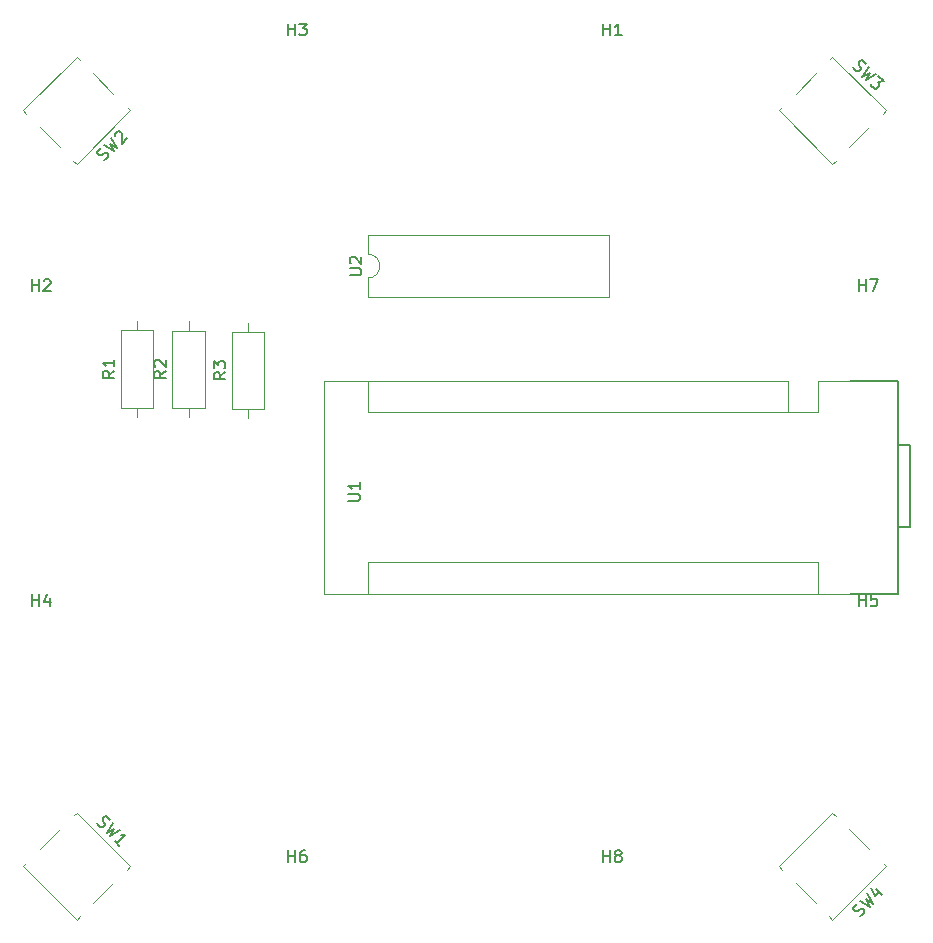
<source format=gbr>
%TF.GenerationSoftware,KiCad,Pcbnew,(5.1.6)-1*%
%TF.CreationDate,2020-07-19T23:04:14+02:00*%
%TF.ProjectId,bedlight-nucleo,6265646c-6967-4687-942d-6e75636c656f,rev?*%
%TF.SameCoordinates,Original*%
%TF.FileFunction,Legend,Top*%
%TF.FilePolarity,Positive*%
%FSLAX46Y46*%
G04 Gerber Fmt 4.6, Leading zero omitted, Abs format (unit mm)*
G04 Created by KiCad (PCBNEW (5.1.6)-1) date 2020-07-19 23:04:14*
%MOMM*%
%LPD*%
G01*
G04 APERTURE LIST*
%ADD10C,0.150000*%
%ADD11C,0.120000*%
G04 APERTURE END LIST*
D10*
%TO.C,U1*%
X202548000Y-115648000D02*
X202548000Y-108648000D01*
X201548000Y-115648000D02*
X202548000Y-115648000D01*
X201548000Y-108648000D02*
X202548000Y-108648000D01*
D11*
X152988000Y-121288000D02*
X197488000Y-121288000D01*
X152988000Y-103248000D02*
X152988000Y-121288000D01*
X156718000Y-105918000D02*
X156718000Y-103248000D01*
X192278000Y-105918000D02*
X156718000Y-105918000D01*
X192278000Y-105918000D02*
X192278000Y-103248000D01*
X156718000Y-118618000D02*
X156718000Y-121288000D01*
X194818000Y-118618000D02*
X156718000Y-118618000D01*
X194818000Y-118618000D02*
X194818000Y-121288000D01*
X197488000Y-103248000D02*
X194818000Y-103248000D01*
X192278000Y-103248000D02*
X152988000Y-103248000D01*
X194818000Y-105918000D02*
X194818000Y-103248000D01*
X192278000Y-105918000D02*
X194818000Y-105918000D01*
D10*
X197488000Y-103248000D02*
X201548000Y-103248000D01*
X197488000Y-121288000D02*
X201548000Y-121288000D01*
X201548000Y-121288000D02*
X201548000Y-103248000D01*
D11*
%TO.C,U2*%
X156670000Y-94523334D02*
X156670000Y-96173334D01*
X156670000Y-96173334D02*
X177110000Y-96173334D01*
X177110000Y-96173334D02*
X177110000Y-90873334D01*
X177110000Y-90873334D02*
X156670000Y-90873334D01*
X156670000Y-90873334D02*
X156670000Y-92523334D01*
X156670000Y-92523334D02*
G75*
G02*
X156670000Y-94523334I0J-1000000D01*
G01*
%TO.C,SW4*%
X195710086Y-148583046D02*
X196000000Y-148872960D01*
X196000000Y-148872960D02*
X200539626Y-144333334D01*
X200539626Y-144333334D02*
X200341636Y-144135344D01*
X199118341Y-142912049D02*
X197421285Y-141214993D01*
X196289914Y-140083622D02*
X196000000Y-139793708D01*
X196000000Y-139793708D02*
X191460374Y-144333334D01*
X191460374Y-144333334D02*
X191750288Y-144623248D01*
X192881659Y-145754619D02*
X194578715Y-147451675D01*
%TO.C,SW3*%
X200249712Y-80623248D02*
X200539626Y-80333334D01*
X200539626Y-80333334D02*
X196000000Y-75793708D01*
X196000000Y-75793708D02*
X195802010Y-75991698D01*
X194578715Y-77214993D02*
X192881659Y-78912049D01*
X191750288Y-80043420D02*
X191460374Y-80333334D01*
X191460374Y-80333334D02*
X196000000Y-84872960D01*
X196000000Y-84872960D02*
X196289914Y-84583046D01*
X197421285Y-83451675D02*
X199118341Y-81754619D01*
%TO.C,SW2*%
X131710086Y-84583046D02*
X132000000Y-84872960D01*
X132000000Y-84872960D02*
X136539626Y-80333334D01*
X136539626Y-80333334D02*
X136341636Y-80135344D01*
X135118341Y-78912049D02*
X133421285Y-77214993D01*
X132289914Y-76083622D02*
X132000000Y-75793708D01*
X132000000Y-75793708D02*
X127460374Y-80333334D01*
X127460374Y-80333334D02*
X127750288Y-80623248D01*
X128881659Y-81754619D02*
X130578715Y-83451675D01*
%TO.C,SW1*%
X136249712Y-144623248D02*
X136539626Y-144333334D01*
X136539626Y-144333334D02*
X132000000Y-139793708D01*
X132000000Y-139793708D02*
X131802010Y-139991698D01*
X130578715Y-141214993D02*
X128881659Y-142912049D01*
X127750288Y-144043420D02*
X127460374Y-144333334D01*
X127460374Y-144333334D02*
X132000000Y-148872960D01*
X132000000Y-148872960D02*
X132289914Y-148583046D01*
X133421285Y-147451675D02*
X135118341Y-145754619D01*
%TO.C,R3*%
X145156000Y-105622334D02*
X147896000Y-105622334D01*
X147896000Y-105622334D02*
X147896000Y-99082334D01*
X147896000Y-99082334D02*
X145156000Y-99082334D01*
X145156000Y-99082334D02*
X145156000Y-105622334D01*
X146526000Y-106392334D02*
X146526000Y-105622334D01*
X146526000Y-98312334D02*
X146526000Y-99082334D01*
%TO.C,R2*%
X140124000Y-105523334D02*
X142864000Y-105523334D01*
X142864000Y-105523334D02*
X142864000Y-98983334D01*
X142864000Y-98983334D02*
X140124000Y-98983334D01*
X140124000Y-98983334D02*
X140124000Y-105523334D01*
X141494000Y-106293334D02*
X141494000Y-105523334D01*
X141494000Y-98213334D02*
X141494000Y-98983334D01*
%TO.C,R1*%
X135758000Y-105495334D02*
X138498000Y-105495334D01*
X138498000Y-105495334D02*
X138498000Y-98955334D01*
X138498000Y-98955334D02*
X135758000Y-98955334D01*
X135758000Y-98955334D02*
X135758000Y-105495334D01*
X137128000Y-106265334D02*
X137128000Y-105495334D01*
X137128000Y-98185334D02*
X137128000Y-98955334D01*
%TO.C,H8*%
D10*
X176571428Y-143985714D02*
X176571428Y-142985714D01*
X176571428Y-143461905D02*
X177142856Y-143461905D01*
X177142856Y-143985714D02*
X177142856Y-142985714D01*
X177761904Y-143414286D02*
X177666666Y-143366667D01*
X177619047Y-143319048D01*
X177571428Y-143223810D01*
X177571428Y-143176191D01*
X177619047Y-143080953D01*
X177666666Y-143033334D01*
X177761904Y-142985714D01*
X177952380Y-142985714D01*
X178047618Y-143033334D01*
X178095237Y-143080953D01*
X178142856Y-143176191D01*
X178142856Y-143223810D01*
X178095237Y-143319048D01*
X178047618Y-143366667D01*
X177952380Y-143414286D01*
X177761904Y-143414286D01*
X177666666Y-143461905D01*
X177619047Y-143509524D01*
X177571428Y-143604762D01*
X177571428Y-143795238D01*
X177619047Y-143890476D01*
X177666666Y-143938095D01*
X177761904Y-143985714D01*
X177952380Y-143985714D01*
X178047618Y-143938095D01*
X178095237Y-143890476D01*
X178142856Y-143795238D01*
X178142856Y-143604762D01*
X178095237Y-143509524D01*
X178047618Y-143461905D01*
X177952380Y-143414286D01*
%TO.C,H7*%
X198238095Y-95652380D02*
X198238095Y-94652380D01*
X198238095Y-95128571D02*
X198809523Y-95128571D01*
X198809523Y-95652380D02*
X198809523Y-94652380D01*
X199190476Y-94652380D02*
X199857142Y-94652380D01*
X199428571Y-95652380D01*
%TO.C,H6*%
X149904761Y-143985714D02*
X149904761Y-142985714D01*
X149904761Y-143461905D02*
X150476189Y-143461905D01*
X150476189Y-143985714D02*
X150476189Y-142985714D01*
X151380951Y-142985714D02*
X151190475Y-142985714D01*
X151095237Y-143033334D01*
X151047618Y-143080953D01*
X150952380Y-143223810D01*
X150904761Y-143414286D01*
X150904761Y-143795238D01*
X150952380Y-143890476D01*
X150999999Y-143938095D01*
X151095237Y-143985714D01*
X151285713Y-143985714D01*
X151380951Y-143938095D01*
X151428570Y-143890476D01*
X151476189Y-143795238D01*
X151476189Y-143557143D01*
X151428570Y-143461905D01*
X151380951Y-143414286D01*
X151285713Y-143366667D01*
X151095237Y-143366667D01*
X150999999Y-143414286D01*
X150952380Y-143461905D01*
X150904761Y-143557143D01*
%TO.C,H5*%
X198238095Y-122319047D02*
X198238095Y-121319047D01*
X198238095Y-121795238D02*
X198809523Y-121795238D01*
X198809523Y-122319047D02*
X198809523Y-121319047D01*
X199761904Y-121319047D02*
X199285714Y-121319047D01*
X199238095Y-121795238D01*
X199285714Y-121747619D01*
X199380952Y-121700000D01*
X199619047Y-121700000D01*
X199714285Y-121747619D01*
X199761904Y-121795238D01*
X199809523Y-121890476D01*
X199809523Y-122128571D01*
X199761904Y-122223809D01*
X199714285Y-122271428D01*
X199619047Y-122319047D01*
X199380952Y-122319047D01*
X199285714Y-122271428D01*
X199238095Y-122223809D01*
%TO.C,H4*%
X128238095Y-122319047D02*
X128238095Y-121319047D01*
X128238095Y-121795238D02*
X128809523Y-121795238D01*
X128809523Y-122319047D02*
X128809523Y-121319047D01*
X129714285Y-121652381D02*
X129714285Y-122319047D01*
X129476190Y-121271428D02*
X129238095Y-121985714D01*
X129857142Y-121985714D01*
%TO.C,H3*%
X149904761Y-73985714D02*
X149904761Y-72985714D01*
X149904761Y-73461905D02*
X150476189Y-73461905D01*
X150476189Y-73985714D02*
X150476189Y-72985714D01*
X150857142Y-72985714D02*
X151476189Y-72985714D01*
X151142856Y-73366667D01*
X151285713Y-73366667D01*
X151380951Y-73414286D01*
X151428570Y-73461905D01*
X151476189Y-73557143D01*
X151476189Y-73795238D01*
X151428570Y-73890476D01*
X151380951Y-73938095D01*
X151285713Y-73985714D01*
X150999999Y-73985714D01*
X150904761Y-73938095D01*
X150857142Y-73890476D01*
%TO.C,H2*%
X128238095Y-95652380D02*
X128238095Y-94652380D01*
X128238095Y-95128571D02*
X128809523Y-95128571D01*
X128809523Y-95652380D02*
X128809523Y-94652380D01*
X129238095Y-94747619D02*
X129285714Y-94700000D01*
X129380952Y-94652380D01*
X129619047Y-94652380D01*
X129714285Y-94700000D01*
X129761904Y-94747619D01*
X129809523Y-94842857D01*
X129809523Y-94938095D01*
X129761904Y-95080952D01*
X129190476Y-95652380D01*
X129809523Y-95652380D01*
%TO.C,H1*%
X176571428Y-73985714D02*
X176571428Y-72985714D01*
X176571428Y-73461905D02*
X177142856Y-73461905D01*
X177142856Y-73985714D02*
X177142856Y-72985714D01*
X178142856Y-73985714D02*
X177571428Y-73985714D01*
X177857142Y-73985714D02*
X177857142Y-72985714D01*
X177761904Y-73128572D01*
X177666666Y-73223810D01*
X177571428Y-73271429D01*
%TO.C,U1*%
X155000380Y-113409904D02*
X155809904Y-113409904D01*
X155905142Y-113362285D01*
X155952761Y-113314666D01*
X156000380Y-113219428D01*
X156000380Y-113028952D01*
X155952761Y-112933714D01*
X155905142Y-112886095D01*
X155809904Y-112838476D01*
X155000380Y-112838476D01*
X156000380Y-111838476D02*
X156000380Y-112409904D01*
X156000380Y-112124190D02*
X155000380Y-112124190D01*
X155143238Y-112219428D01*
X155238476Y-112314666D01*
X155286095Y-112409904D01*
%TO.C,U2*%
X155122380Y-94285238D02*
X155931904Y-94285238D01*
X156027142Y-94237619D01*
X156074761Y-94190000D01*
X156122380Y-94094762D01*
X156122380Y-93904286D01*
X156074761Y-93809048D01*
X156027142Y-93761429D01*
X155931904Y-93713810D01*
X155122380Y-93713810D01*
X155217619Y-93285238D02*
X155170000Y-93237619D01*
X155122380Y-93142381D01*
X155122380Y-92904286D01*
X155170000Y-92809048D01*
X155217619Y-92761429D01*
X155312857Y-92713810D01*
X155408095Y-92713810D01*
X155550952Y-92761429D01*
X156122380Y-93332857D01*
X156122380Y-92713810D01*
%TO.C,SW4*%
X198341533Y-148560485D02*
X198476220Y-148493142D01*
X198644579Y-148324783D01*
X198678251Y-148223768D01*
X198678251Y-148156424D01*
X198644579Y-148055409D01*
X198577236Y-147988066D01*
X198476220Y-147954394D01*
X198408877Y-147954394D01*
X198307862Y-147988066D01*
X198139503Y-148089081D01*
X198038488Y-148122753D01*
X197971144Y-148122753D01*
X197870129Y-148089081D01*
X197802785Y-148021737D01*
X197769114Y-147920722D01*
X197769114Y-147853379D01*
X197802785Y-147752363D01*
X197971144Y-147584005D01*
X198105831Y-147516661D01*
X198307862Y-147247287D02*
X199183327Y-147786035D01*
X198812938Y-147146272D01*
X199452701Y-147516661D01*
X198913953Y-146641196D01*
X199722075Y-146304478D02*
X200193480Y-146775883D01*
X199284342Y-146203463D02*
X199621060Y-146876898D01*
X200058793Y-146439165D01*
%TO.C,SW3*%
X197769114Y-76678601D02*
X197836457Y-76813288D01*
X198004816Y-76981647D01*
X198105831Y-77015319D01*
X198173175Y-77015319D01*
X198274190Y-76981647D01*
X198341533Y-76914304D01*
X198375205Y-76813288D01*
X198375205Y-76745945D01*
X198341533Y-76644930D01*
X198240518Y-76476571D01*
X198206846Y-76375556D01*
X198206846Y-76308212D01*
X198240518Y-76207197D01*
X198307862Y-76139853D01*
X198408877Y-76106182D01*
X198476220Y-76106182D01*
X198577236Y-76139853D01*
X198745594Y-76308212D01*
X198812938Y-76442899D01*
X199082312Y-76644930D02*
X198543564Y-77520395D01*
X199183327Y-77150006D01*
X198812938Y-77789769D01*
X199688403Y-77251021D01*
X199890434Y-77453052D02*
X200328167Y-77890784D01*
X199823090Y-77924456D01*
X199924106Y-78025471D01*
X199957777Y-78126487D01*
X199957777Y-78193830D01*
X199924106Y-78294845D01*
X199755747Y-78463204D01*
X199654732Y-78496876D01*
X199587388Y-78496876D01*
X199486373Y-78463204D01*
X199284342Y-78261174D01*
X199250671Y-78160158D01*
X199250671Y-78092815D01*
%TO.C,SW2*%
X134341533Y-84560485D02*
X134476220Y-84493142D01*
X134644579Y-84324783D01*
X134678251Y-84223768D01*
X134678251Y-84156424D01*
X134644579Y-84055409D01*
X134577236Y-83988066D01*
X134476220Y-83954394D01*
X134408877Y-83954394D01*
X134307862Y-83988066D01*
X134139503Y-84089081D01*
X134038488Y-84122753D01*
X133971144Y-84122753D01*
X133870129Y-84089081D01*
X133802785Y-84021737D01*
X133769114Y-83920722D01*
X133769114Y-83853379D01*
X133802785Y-83752363D01*
X133971144Y-83584005D01*
X134105831Y-83516661D01*
X134307862Y-83247287D02*
X135183327Y-83786035D01*
X134812938Y-83146272D01*
X135452701Y-83516661D01*
X134913953Y-82641196D01*
X135216999Y-82472837D02*
X135216999Y-82405493D01*
X135250671Y-82304478D01*
X135419029Y-82136119D01*
X135520045Y-82102448D01*
X135587388Y-82102448D01*
X135688403Y-82136119D01*
X135755747Y-82203463D01*
X135823090Y-82338150D01*
X135823090Y-83146272D01*
X136260823Y-82708539D01*
%TO.C,SW1*%
X133769114Y-140678601D02*
X133836457Y-140813288D01*
X134004816Y-140981647D01*
X134105831Y-141015319D01*
X134173175Y-141015319D01*
X134274190Y-140981647D01*
X134341533Y-140914304D01*
X134375205Y-140813288D01*
X134375205Y-140745945D01*
X134341533Y-140644930D01*
X134240518Y-140476571D01*
X134206846Y-140375556D01*
X134206846Y-140308212D01*
X134240518Y-140207197D01*
X134307862Y-140139853D01*
X134408877Y-140106182D01*
X134476220Y-140106182D01*
X134577236Y-140139853D01*
X134745594Y-140308212D01*
X134812938Y-140442899D01*
X135082312Y-140644930D02*
X134543564Y-141520395D01*
X135183327Y-141150006D01*
X134812938Y-141789769D01*
X135688403Y-141251021D01*
X135621060Y-142597891D02*
X135216999Y-142193830D01*
X135419029Y-142395861D02*
X136126136Y-141688754D01*
X135957777Y-141722426D01*
X135823090Y-141722426D01*
X135722075Y-141688754D01*
%TO.C,R3*%
X144608380Y-102519000D02*
X144132190Y-102852334D01*
X144608380Y-103090429D02*
X143608380Y-103090429D01*
X143608380Y-102709476D01*
X143656000Y-102614238D01*
X143703619Y-102566619D01*
X143798857Y-102519000D01*
X143941714Y-102519000D01*
X144036952Y-102566619D01*
X144084571Y-102614238D01*
X144132190Y-102709476D01*
X144132190Y-103090429D01*
X143608380Y-102185667D02*
X143608380Y-101566619D01*
X143989333Y-101899953D01*
X143989333Y-101757095D01*
X144036952Y-101661857D01*
X144084571Y-101614238D01*
X144179809Y-101566619D01*
X144417904Y-101566619D01*
X144513142Y-101614238D01*
X144560761Y-101661857D01*
X144608380Y-101757095D01*
X144608380Y-102042810D01*
X144560761Y-102138048D01*
X144513142Y-102185667D01*
%TO.C,R2*%
X139576380Y-102420000D02*
X139100190Y-102753334D01*
X139576380Y-102991429D02*
X138576380Y-102991429D01*
X138576380Y-102610476D01*
X138624000Y-102515238D01*
X138671619Y-102467619D01*
X138766857Y-102420000D01*
X138909714Y-102420000D01*
X139004952Y-102467619D01*
X139052571Y-102515238D01*
X139100190Y-102610476D01*
X139100190Y-102991429D01*
X138671619Y-102039048D02*
X138624000Y-101991429D01*
X138576380Y-101896191D01*
X138576380Y-101658095D01*
X138624000Y-101562857D01*
X138671619Y-101515238D01*
X138766857Y-101467619D01*
X138862095Y-101467619D01*
X139004952Y-101515238D01*
X139576380Y-102086667D01*
X139576380Y-101467619D01*
%TO.C,R1*%
X135210380Y-102392000D02*
X134734190Y-102725334D01*
X135210380Y-102963429D02*
X134210380Y-102963429D01*
X134210380Y-102582476D01*
X134258000Y-102487238D01*
X134305619Y-102439619D01*
X134400857Y-102392000D01*
X134543714Y-102392000D01*
X134638952Y-102439619D01*
X134686571Y-102487238D01*
X134734190Y-102582476D01*
X134734190Y-102963429D01*
X135210380Y-101439619D02*
X135210380Y-102011048D01*
X135210380Y-101725334D02*
X134210380Y-101725334D01*
X134353238Y-101820572D01*
X134448476Y-101915810D01*
X134496095Y-102011048D01*
%TD*%
M02*

</source>
